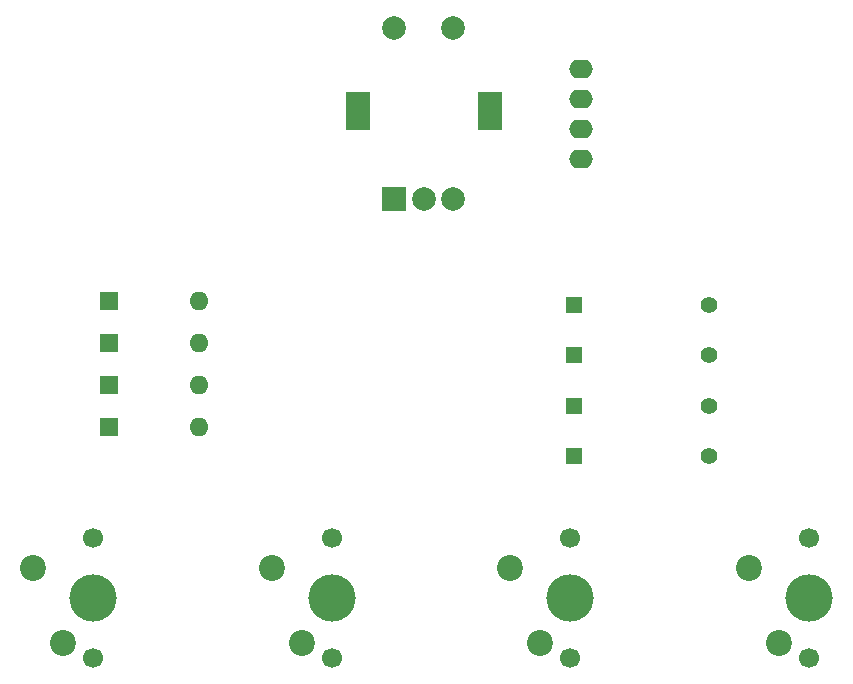
<source format=gbr>
%TF.GenerationSoftware,KiCad,Pcbnew,7.0.10*%
%TF.CreationDate,2024-10-20T20:49:14-04:00*%
%TF.ProjectId,Watch_Hackpad,57617463-685f-4486-9163-6b7061642e6b,rev?*%
%TF.SameCoordinates,Original*%
%TF.FileFunction,Soldermask,Bot*%
%TF.FilePolarity,Negative*%
%FSLAX46Y46*%
G04 Gerber Fmt 4.6, Leading zero omitted, Abs format (unit mm)*
G04 Created by KiCad (PCBNEW 7.0.10) date 2024-10-20 20:49:14*
%MOMM*%
%LPD*%
G01*
G04 APERTURE LIST*
%ADD10R,1.600000X1.600000*%
%ADD11O,1.600000X1.600000*%
%ADD12C,1.700000*%
%ADD13C,4.000000*%
%ADD14C,2.200000*%
%ADD15O,2.000000X1.600000*%
%ADD16R,2.000000X2.000000*%
%ADD17C,2.000000*%
%ADD18R,2.000000X3.200000*%
%ADD19R,1.397000X1.397000*%
%ADD20C,1.397000*%
G04 APERTURE END LIST*
D10*
%TO.C,D6*%
X165455000Y-79675000D03*
D11*
X173075000Y-79675000D03*
%TD*%
D10*
%TO.C,D3*%
X165455000Y-69025000D03*
D11*
X173075000Y-69025000D03*
%TD*%
D12*
%TO.C,SW2*%
X164100000Y-99225000D03*
D13*
X164100000Y-94145000D03*
D12*
X164100000Y-89065000D03*
D14*
X159020000Y-91605000D03*
X161560000Y-97955000D03*
%TD*%
D15*
%TO.C,Brd1*%
X205425000Y-56995000D03*
X205425000Y-54455000D03*
X205425000Y-51915000D03*
X205425000Y-49375000D03*
%TD*%
D10*
%TO.C,D4*%
X165455000Y-72575000D03*
D11*
X173075000Y-72575000D03*
%TD*%
D10*
%TO.C,D5*%
X165455000Y-76125000D03*
D11*
X173075000Y-76125000D03*
%TD*%
D16*
%TO.C,SW5*%
X189575000Y-60425000D03*
D17*
X194575000Y-60425000D03*
X192075000Y-60425000D03*
D18*
X186475000Y-52925000D03*
X197675000Y-52925000D03*
D17*
X194575000Y-45925000D03*
X189575000Y-45925000D03*
%TD*%
D12*
%TO.C,SW6*%
X224700000Y-99225000D03*
D13*
X224700000Y-94145000D03*
D12*
X224700000Y-89065000D03*
D14*
X219620000Y-91605000D03*
X222160000Y-97955000D03*
%TD*%
D19*
%TO.C,R7*%
X204810000Y-77900000D03*
D20*
X216240000Y-77900000D03*
%TD*%
D19*
%TO.C,R8*%
X204810000Y-82176600D03*
D20*
X216240000Y-82176600D03*
%TD*%
D19*
%TO.C,R5*%
X204810000Y-69346800D03*
D20*
X216240000Y-69346800D03*
%TD*%
D19*
%TO.C,R6*%
X204810000Y-73623400D03*
D20*
X216240000Y-73623400D03*
%TD*%
D12*
%TO.C,SW4*%
X204500000Y-99225000D03*
D13*
X204500000Y-94145000D03*
D12*
X204500000Y-89065000D03*
D14*
X199420000Y-91605000D03*
X201960000Y-97955000D03*
%TD*%
D12*
%TO.C,SW3*%
X184300000Y-99225000D03*
D13*
X184300000Y-94145000D03*
D12*
X184300000Y-89065000D03*
D14*
X179220000Y-91605000D03*
X181760000Y-97955000D03*
%TD*%
M02*

</source>
